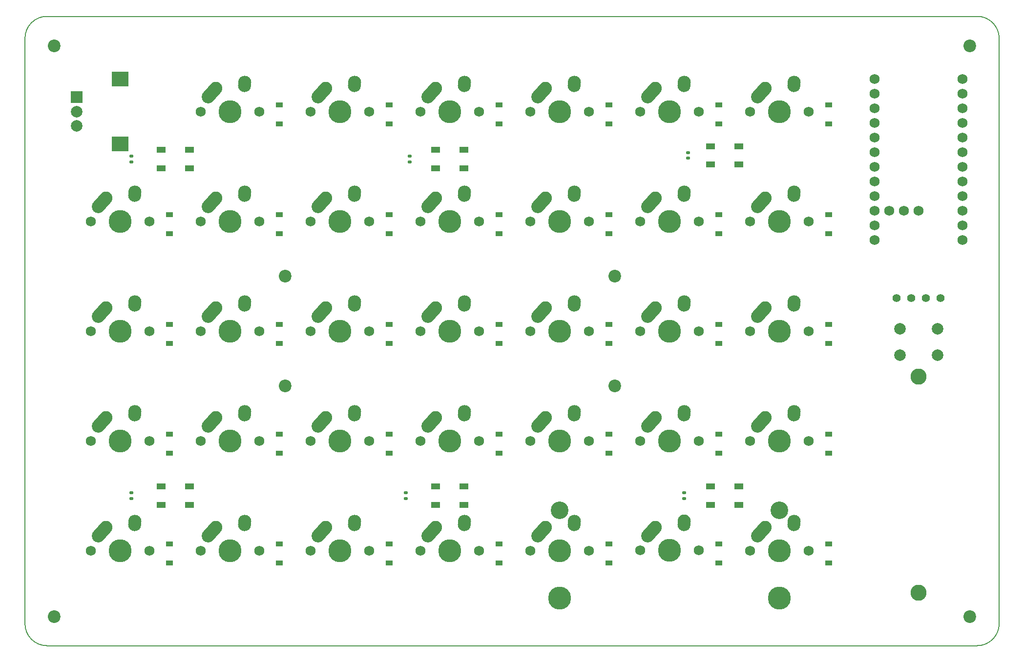
<source format=gbr>
%TF.GenerationSoftware,KiCad,Pcbnew,(6.0.1)*%
%TF.CreationDate,2022-04-03T20:03:39+01:00*%
%TF.ProjectId,Keyboard Left Hand Side,4b657962-6f61-4726-9420-4c6566742048,rev?*%
%TF.SameCoordinates,Original*%
%TF.FileFunction,Soldermask,Bot*%
%TF.FilePolarity,Negative*%
%FSLAX46Y46*%
G04 Gerber Fmt 4.6, Leading zero omitted, Abs format (unit mm)*
G04 Created by KiCad (PCBNEW (6.0.1)) date 2022-04-03 20:03:39*
%MOMM*%
%LPD*%
G01*
G04 APERTURE LIST*
G04 Aperture macros list*
%AMRoundRect*
0 Rectangle with rounded corners*
0 $1 Rounding radius*
0 $2 $3 $4 $5 $6 $7 $8 $9 X,Y pos of 4 corners*
0 Add a 4 corners polygon primitive as box body*
4,1,4,$2,$3,$4,$5,$6,$7,$8,$9,$2,$3,0*
0 Add four circle primitives for the rounded corners*
1,1,$1+$1,$2,$3*
1,1,$1+$1,$4,$5*
1,1,$1+$1,$6,$7*
1,1,$1+$1,$8,$9*
0 Add four rect primitives between the rounded corners*
20,1,$1+$1,$2,$3,$4,$5,0*
20,1,$1+$1,$4,$5,$6,$7,0*
20,1,$1+$1,$6,$7,$8,$9,0*
20,1,$1+$1,$8,$9,$2,$3,0*%
%AMHorizOval*
0 Thick line with rounded ends*
0 $1 width*
0 $2 $3 position (X,Y) of the first rounded end (center of the circle)*
0 $4 $5 position (X,Y) of the second rounded end (center of the circle)*
0 Add line between two ends*
20,1,$1,$2,$3,$4,$5,0*
0 Add two circle primitives to create the rounded ends*
1,1,$1,$2,$3*
1,1,$1,$4,$5*%
G04 Aperture macros list end*
%TA.AperFunction,Profile*%
%ADD10C,0.200000*%
%TD*%
%ADD11C,1.750000*%
%ADD12C,3.987800*%
%ADD13C,2.250000*%
%ADD14HorizOval,2.250000X0.655001X0.730000X-0.655001X-0.730000X0*%
%ADD15HorizOval,2.250000X0.020000X0.290000X-0.020000X-0.290000X0*%
%ADD16C,2.200000*%
%ADD17C,1.397000*%
%ADD18C,3.048000*%
%ADD19R,2.000000X2.000000*%
%ADD20C,2.000000*%
%ADD21R,3.000000X2.500000*%
%ADD22C,1.752600*%
%ADD23RoundRect,0.140000X-0.170000X0.140000X-0.170000X-0.140000X0.170000X-0.140000X0.170000X0.140000X0*%
%ADD24R,1.200000X0.900000*%
%ADD25C,2.800000*%
%ADD26R,1.500000X1.000000*%
G04 APERTURE END LIST*
D10*
X34925003Y-140335000D02*
G75*
G03*
X38735000Y-144145000I3809997J-3D01*
G01*
X200025000Y-144144997D02*
G75*
G03*
X203835000Y-140335000I3J3809997D01*
G01*
X203834997Y-38735000D02*
G75*
G03*
X200025000Y-34925000I-3809997J3D01*
G01*
X38735000Y-34925003D02*
G75*
G03*
X34925000Y-38735000I-3J-3809997D01*
G01*
X34925000Y-140335000D02*
X34925000Y-38735000D01*
X200025000Y-144145000D02*
X38735000Y-144145000D01*
X203835000Y-38735000D02*
X203835000Y-140335000D01*
X38735000Y-34925000D02*
X200025000Y-34925000D01*
D11*
X84455000Y-51435000D03*
D12*
X89535000Y-51435000D03*
D11*
X94615000Y-51435000D03*
D13*
X87035000Y-47435000D03*
D14*
X86380001Y-48165000D03*
D13*
X92075000Y-46355000D03*
D15*
X92055000Y-46645000D03*
D11*
X46355000Y-70485000D03*
D12*
X51435000Y-70485000D03*
D11*
X56515000Y-70485000D03*
D14*
X48280001Y-67215000D03*
D13*
X48935000Y-66485000D03*
D15*
X53955000Y-65695000D03*
D13*
X53975000Y-65405000D03*
D12*
X89535000Y-89535000D03*
D11*
X94615000Y-89535000D03*
X84455000Y-89535000D03*
D14*
X86380001Y-86265000D03*
D13*
X87035000Y-85535000D03*
X92075000Y-84455000D03*
D15*
X92055000Y-84745000D03*
D11*
X103505000Y-51435000D03*
D12*
X108585000Y-51435000D03*
D11*
X113665000Y-51435000D03*
D14*
X105430001Y-48165000D03*
D13*
X106085000Y-47435000D03*
D15*
X111105000Y-46645000D03*
D13*
X111125000Y-46355000D03*
D11*
X75565000Y-127635000D03*
D12*
X70485000Y-127635000D03*
D11*
X65405000Y-127635000D03*
D13*
X67985000Y-123635000D03*
D14*
X67330001Y-124365000D03*
D13*
X73025000Y-122555000D03*
D15*
X73005000Y-122845000D03*
D12*
X108585000Y-108585000D03*
D11*
X113665000Y-108585000D03*
X103505000Y-108585000D03*
D14*
X105430001Y-105315000D03*
D13*
X106085000Y-104585000D03*
D15*
X111105000Y-103795000D03*
D13*
X111125000Y-103505000D03*
D11*
X141605000Y-70485000D03*
X151765000Y-70485000D03*
D12*
X146685000Y-70485000D03*
D14*
X143530001Y-67215000D03*
D13*
X144185000Y-66485000D03*
D15*
X149205000Y-65695000D03*
D13*
X149225000Y-65405000D03*
D11*
X132715000Y-70485000D03*
X122555000Y-70485000D03*
D12*
X127635000Y-70485000D03*
D13*
X125135000Y-66485000D03*
D14*
X124480001Y-67215000D03*
D15*
X130155000Y-65695000D03*
D13*
X130175000Y-65405000D03*
D11*
X141605000Y-51435000D03*
X151765000Y-51435000D03*
D12*
X146685000Y-51435000D03*
D13*
X144185000Y-47435000D03*
D14*
X143530001Y-48165000D03*
D13*
X149225000Y-46355000D03*
D15*
X149205000Y-46645000D03*
D12*
X51435000Y-108585000D03*
D11*
X46355000Y-108585000D03*
X56515000Y-108585000D03*
D13*
X48935000Y-104585000D03*
D14*
X48280001Y-105315000D03*
D13*
X53975000Y-103505000D03*
D15*
X53955000Y-103795000D03*
D11*
X103505000Y-89535000D03*
X113665000Y-89535000D03*
D12*
X108585000Y-89535000D03*
D13*
X106085000Y-85535000D03*
D14*
X105430001Y-86265000D03*
D13*
X111125000Y-84455000D03*
D15*
X111105000Y-84745000D03*
D11*
X46355000Y-127635000D03*
D12*
X51435000Y-127635000D03*
D11*
X56515000Y-127635000D03*
D14*
X48280001Y-124365000D03*
D13*
X48935000Y-123635000D03*
D15*
X53955000Y-122845000D03*
D13*
X53975000Y-122555000D03*
D11*
X113665000Y-127635000D03*
X103505000Y-127635000D03*
D12*
X108585000Y-127635000D03*
D14*
X105430001Y-124365000D03*
D13*
X106085000Y-123635000D03*
X111125000Y-122555000D03*
D15*
X111105000Y-122845000D03*
D12*
X165735000Y-89535000D03*
D11*
X170815000Y-89535000D03*
X160655000Y-89535000D03*
D13*
X163235000Y-85535000D03*
D14*
X162580001Y-86265000D03*
D13*
X168275000Y-84455000D03*
D15*
X168255000Y-84745000D03*
D16*
X137160000Y-99060000D03*
X40005000Y-139065000D03*
D17*
X193665000Y-83820000D03*
X191125000Y-83820000D03*
X188585000Y-83820000D03*
X186045000Y-83820000D03*
D12*
X70485000Y-108585000D03*
D11*
X75565000Y-108585000D03*
X65405000Y-108585000D03*
D13*
X67985000Y-104585000D03*
D14*
X67330001Y-105315000D03*
D15*
X73005000Y-103795000D03*
D13*
X73025000Y-103505000D03*
D12*
X70485000Y-70485000D03*
D11*
X75565000Y-70485000D03*
X65405000Y-70485000D03*
D14*
X67330001Y-67215000D03*
D13*
X67985000Y-66485000D03*
D15*
X73005000Y-65695000D03*
D13*
X73025000Y-65405000D03*
D12*
X70485000Y-51435000D03*
D11*
X65405000Y-51435000D03*
X75565000Y-51435000D03*
D14*
X67330001Y-48165000D03*
D13*
X67985000Y-47435000D03*
X73025000Y-46355000D03*
D15*
X73005000Y-46645000D03*
D11*
X122555000Y-51435000D03*
D12*
X127635000Y-51435000D03*
D11*
X132715000Y-51435000D03*
D13*
X125135000Y-47435000D03*
D14*
X124480001Y-48165000D03*
D13*
X130175000Y-46355000D03*
D15*
X130155000Y-46645000D03*
D16*
X80010000Y-80010000D03*
D11*
X132715000Y-89535000D03*
D12*
X127635000Y-89535000D03*
D11*
X122555000Y-89535000D03*
D13*
X125135000Y-85535000D03*
D14*
X124480001Y-86265000D03*
D15*
X130155000Y-84745000D03*
D13*
X130175000Y-84455000D03*
D11*
X132715000Y-108585000D03*
X122555000Y-108585000D03*
D12*
X127635000Y-108585000D03*
D14*
X124480001Y-105315000D03*
D13*
X125135000Y-104585000D03*
D15*
X130155000Y-103795000D03*
D13*
X130175000Y-103505000D03*
D12*
X70485000Y-89535000D03*
D11*
X75565000Y-89535000D03*
X65405000Y-89535000D03*
D14*
X67330001Y-86265000D03*
D13*
X67985000Y-85535000D03*
X73025000Y-84455000D03*
D15*
X73005000Y-84745000D03*
D16*
X137160000Y-80010000D03*
D12*
X108585000Y-70485000D03*
D11*
X103505000Y-70485000D03*
X113665000Y-70485000D03*
D14*
X105430001Y-67215000D03*
D13*
X106085000Y-66485000D03*
X111125000Y-65405000D03*
D15*
X111105000Y-65695000D03*
D16*
X198755000Y-139065000D03*
X40005000Y-40005000D03*
D11*
X170815000Y-51435000D03*
D12*
X165735000Y-51435000D03*
D11*
X160655000Y-51435000D03*
D13*
X163235000Y-47435000D03*
D14*
X162580001Y-48165000D03*
D15*
X168255000Y-46645000D03*
D13*
X168275000Y-46355000D03*
D11*
X151765000Y-108585000D03*
X141605000Y-108585000D03*
D12*
X146685000Y-108585000D03*
D13*
X144185000Y-104585000D03*
D14*
X143530001Y-105315000D03*
D15*
X149205000Y-103795000D03*
D13*
X149225000Y-103505000D03*
D11*
X141609400Y-127627200D03*
D12*
X127639400Y-135882200D03*
D11*
X151769400Y-127627200D03*
D12*
X165739400Y-135882200D03*
D18*
X127639400Y-120642200D03*
D12*
X146689400Y-127627200D03*
D18*
X165739400Y-120642200D03*
D14*
X143534401Y-124357200D03*
D13*
X144189400Y-123627200D03*
X149229400Y-122547200D03*
D15*
X149209400Y-122837200D03*
D12*
X89535000Y-70485000D03*
D11*
X84455000Y-70485000D03*
X94615000Y-70485000D03*
D13*
X87035000Y-66485000D03*
D14*
X86380001Y-67215000D03*
D15*
X92055000Y-65695000D03*
D13*
X92075000Y-65405000D03*
D19*
X43919800Y-48935000D03*
D20*
X43919800Y-53935000D03*
X43919800Y-51435000D03*
D21*
X51419800Y-45835000D03*
X51419800Y-57035000D03*
D16*
X198755000Y-40005000D03*
D12*
X89535000Y-127635000D03*
D11*
X94615000Y-127635000D03*
X84455000Y-127635000D03*
D14*
X86380001Y-124365000D03*
D13*
X87035000Y-123635000D03*
D15*
X92055000Y-122845000D03*
D13*
X92075000Y-122555000D03*
D12*
X165735000Y-127635000D03*
D11*
X160655000Y-127635000D03*
X170815000Y-127635000D03*
D14*
X162580001Y-124365000D03*
D13*
X163235000Y-123635000D03*
D15*
X168255000Y-122845000D03*
D13*
X168275000Y-122555000D03*
D20*
X186615000Y-89190000D03*
X193115000Y-89190000D03*
X186615000Y-93690000D03*
X193115000Y-93690000D03*
D12*
X127635000Y-127635000D03*
D11*
X132715000Y-127635000D03*
X122555000Y-127635000D03*
D14*
X124480001Y-124365000D03*
D13*
X125135000Y-123635000D03*
X130175000Y-122555000D03*
D15*
X130155000Y-122845000D03*
D11*
X160655000Y-70485000D03*
X170815000Y-70485000D03*
D12*
X165735000Y-70485000D03*
D13*
X163235000Y-66485000D03*
D14*
X162580001Y-67215000D03*
D13*
X168275000Y-65405000D03*
D15*
X168255000Y-65695000D03*
D16*
X80010000Y-99060000D03*
D22*
X182245000Y-45801750D03*
X182245000Y-48341750D03*
X182245000Y-50881750D03*
X182245000Y-53421750D03*
X182245000Y-55961750D03*
X182245000Y-58501750D03*
X182245000Y-61041750D03*
X182245000Y-63581750D03*
X182245000Y-66121750D03*
X182245000Y-68661750D03*
X182245000Y-71201750D03*
X182245000Y-73741750D03*
X197485000Y-73741750D03*
X197485000Y-71201750D03*
X197485000Y-68661750D03*
X197485000Y-66121750D03*
X197485000Y-63581750D03*
X197485000Y-61041750D03*
X197485000Y-58501750D03*
X197485000Y-55961750D03*
X197485000Y-53421750D03*
X197485000Y-50881750D03*
X197485000Y-48341750D03*
X197485000Y-45801750D03*
X184785000Y-68661750D03*
X187325000Y-68661750D03*
X189865000Y-68661750D03*
D11*
X46355000Y-89535000D03*
X56515000Y-89535000D03*
D12*
X51435000Y-89535000D03*
D13*
X48935000Y-85535000D03*
D14*
X48280001Y-86265000D03*
D13*
X53975000Y-84455000D03*
D15*
X53955000Y-84745000D03*
D12*
X89535000Y-108585000D03*
D11*
X84455000Y-108585000D03*
X94615000Y-108585000D03*
D13*
X87035000Y-104585000D03*
D14*
X86380001Y-105315000D03*
D13*
X92075000Y-103505000D03*
D15*
X92055000Y-103795000D03*
D12*
X146685000Y-89535000D03*
D11*
X151765000Y-89535000D03*
X141605000Y-89535000D03*
D14*
X143530001Y-86265000D03*
D13*
X144185000Y-85535000D03*
D15*
X149205000Y-84745000D03*
D13*
X149225000Y-84455000D03*
D11*
X160655000Y-108585000D03*
X170815000Y-108585000D03*
D12*
X165735000Y-108585000D03*
D14*
X162580001Y-105315000D03*
D13*
X163235000Y-104585000D03*
X168275000Y-103505000D03*
D15*
X168255000Y-103795000D03*
D23*
X149860000Y-58575000D03*
X149860000Y-59535000D03*
X53340000Y-59210000D03*
X53340000Y-60170000D03*
X101600000Y-59210000D03*
X101600000Y-60170000D03*
D24*
X174260000Y-129800000D03*
X174260000Y-126500000D03*
X59960000Y-91685000D03*
X59960000Y-88385000D03*
D25*
X189865000Y-134955000D03*
X189865000Y-97455000D03*
D26*
X106135000Y-61290000D03*
X106135000Y-58090000D03*
X111035000Y-58090000D03*
X111035000Y-61290000D03*
D24*
X155210000Y-53585000D03*
X155210000Y-50285000D03*
X174250000Y-91670000D03*
X174250000Y-88370000D03*
X98060000Y-110735000D03*
X98060000Y-107435000D03*
X117110000Y-53585000D03*
X117110000Y-50285000D03*
X155210000Y-110735000D03*
X155210000Y-107435000D03*
X59960000Y-72640000D03*
X59960000Y-69340000D03*
X117110000Y-91685000D03*
X117110000Y-88385000D03*
X98080000Y-72640000D03*
X98080000Y-69340000D03*
D26*
X153760000Y-60655000D03*
X153760000Y-57455000D03*
X158660000Y-57455000D03*
X158660000Y-60655000D03*
D24*
X59960000Y-129785000D03*
X59960000Y-126485000D03*
X117110000Y-72635000D03*
X117110000Y-69335000D03*
D26*
X111035000Y-116510000D03*
X111035000Y-119710000D03*
X106135000Y-119710000D03*
X106135000Y-116510000D03*
D24*
X155220000Y-129790000D03*
X155220000Y-126490000D03*
X136160000Y-72635000D03*
X136160000Y-69335000D03*
X79010000Y-91685000D03*
X79010000Y-88385000D03*
X136160000Y-129790000D03*
X136160000Y-126490000D03*
X136160000Y-91685000D03*
X136160000Y-88385000D03*
X59960000Y-110735000D03*
X59960000Y-107435000D03*
X98050000Y-53590000D03*
X98050000Y-50290000D03*
X79010000Y-129785000D03*
X79010000Y-126485000D03*
X79010000Y-53585000D03*
X79010000Y-50285000D03*
D23*
X149225000Y-117630000D03*
X149225000Y-118590000D03*
D26*
X63410000Y-116510000D03*
X63410000Y-119710000D03*
X58510000Y-119710000D03*
X58510000Y-116510000D03*
D24*
X79010000Y-72635000D03*
X79010000Y-69335000D03*
X136160000Y-110735000D03*
X136160000Y-107435000D03*
X98060000Y-91670000D03*
X98060000Y-88370000D03*
X155210000Y-91690000D03*
X155210000Y-88390000D03*
X174250000Y-110740000D03*
X174250000Y-107440000D03*
X136160000Y-53585000D03*
X136160000Y-50285000D03*
D26*
X158660000Y-116510000D03*
X158660000Y-119710000D03*
X153760000Y-119710000D03*
X153760000Y-116510000D03*
D24*
X174270000Y-72640000D03*
X174270000Y-69340000D03*
D23*
X100965000Y-117630000D03*
X100965000Y-118590000D03*
D26*
X58510000Y-61290000D03*
X58510000Y-58090000D03*
X63410000Y-58090000D03*
X63410000Y-61290000D03*
D24*
X117110000Y-110735000D03*
X117110000Y-107435000D03*
X174260000Y-53585000D03*
X174260000Y-50285000D03*
X155210000Y-72635000D03*
X155210000Y-69335000D03*
D23*
X53340000Y-117630000D03*
X53340000Y-118590000D03*
D24*
X79010000Y-110735000D03*
X79010000Y-107435000D03*
X98060000Y-129785000D03*
X98060000Y-126485000D03*
X117110000Y-129785000D03*
X117110000Y-126485000D03*
M02*

</source>
